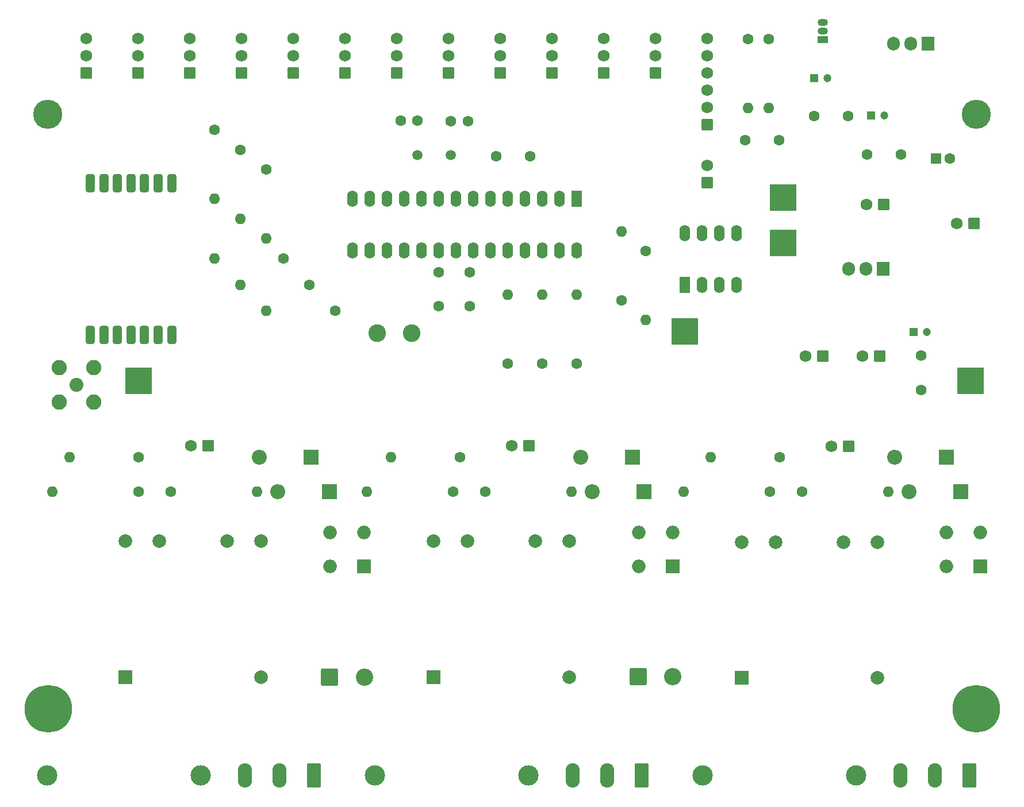
<source format=gbr>
%TF.GenerationSoftware,KiCad,Pcbnew,7.0.7*%
%TF.CreationDate,2023-08-27T17:12:28+02:00*%
%TF.ProjectId,3phaseDiverter-rounded,33706861-7365-4446-9976-65727465722d,3*%
%TF.SameCoordinates,Original*%
%TF.FileFunction,Soldermask,Top*%
%TF.FilePolarity,Negative*%
%FSLAX46Y46*%
G04 Gerber Fmt 4.6, Leading zero omitted, Abs format (unit mm)*
G04 Created by KiCad (PCBNEW 7.0.7) date 2023-08-27 17:12:28*
%MOMM*%
%LPD*%
G01*
G04 APERTURE LIST*
G04 Aperture macros list*
%AMRoundRect*
0 Rectangle with rounded corners*
0 $1 Rounding radius*
0 $2 $3 $4 $5 $6 $7 $8 $9 X,Y pos of 4 corners*
0 Add a 4 corners polygon primitive as box body*
4,1,4,$2,$3,$4,$5,$6,$7,$8,$9,$2,$3,0*
0 Add four circle primitives for the rounded corners*
1,1,$1+$1,$2,$3*
1,1,$1+$1,$4,$5*
1,1,$1+$1,$6,$7*
1,1,$1+$1,$8,$9*
0 Add four rect primitives between the rounded corners*
20,1,$1+$1,$2,$3,$4,$5,0*
20,1,$1+$1,$4,$5,$6,$7,0*
20,1,$1+$1,$6,$7,$8,$9,0*
20,1,$1+$1,$8,$9,$2,$3,0*%
G04 Aperture macros list end*
%ADD10C,3.000000*%
%ADD11RoundRect,0.250000X0.620000X-0.620000X0.620000X0.620000X-0.620000X0.620000X-0.620000X-0.620000X0*%
%ADD12C,1.740000*%
%ADD13C,1.600000*%
%ADD14R,4.000000X4.000000*%
%ADD15R,1.200000X1.200000*%
%ADD16C,1.200000*%
%ADD17O,1.600000X1.600000*%
%ADD18RoundRect,0.337500X-0.337500X1.012500X-0.337500X-1.012500X0.337500X-1.012500X0.337500X1.012500X0*%
%ADD19R,1.600000X2.400000*%
%ADD20O,1.600000X2.400000*%
%ADD21R,2.200000X2.200000*%
%ADD22O,2.200000X2.200000*%
%ADD23C,4.300000*%
%ADD24C,4.700000*%
%ADD25C,7.000000*%
%ADD26R,2.000000X2.000000*%
%ADD27O,2.000000X2.000000*%
%ADD28RoundRect,0.250000X0.620000X0.620000X-0.620000X0.620000X-0.620000X-0.620000X0.620000X-0.620000X0*%
%ADD29R,1.500000X1.050000*%
%ADD30O,1.500000X1.050000*%
%ADD31C,1.500000*%
%ADD32R,2.011600X2.011600*%
%ADD33C,2.011598*%
%ADD34R,1.905000X2.000000*%
%ADD35O,1.905000X2.000000*%
%ADD36RoundRect,0.249999X0.790001X1.550001X-0.790001X1.550001X-0.790001X-1.550001X0.790001X-1.550001X0*%
%ADD37O,2.080000X3.600000*%
%ADD38RoundRect,0.249999X-1.025001X-1.025001X1.025001X-1.025001X1.025001X1.025001X-1.025001X1.025001X0*%
%ADD39C,2.550000*%
%ADD40R,1.600000X1.600000*%
%ADD41C,2.600000*%
%ADD42C,2.050000*%
%ADD43C,2.250000*%
G04 APERTURE END LIST*
D10*
%TO.C,FS3*%
X115700000Y-130087500D03*
X138300000Y-130087500D03*
%TD*%
D11*
%TO.C,J0*%
X116318596Y-34163000D03*
D12*
X116318596Y-31623000D03*
X116318596Y-29083000D03*
X116318596Y-26543000D03*
X116318596Y-24003000D03*
X116318596Y-21463000D03*
%TD*%
D13*
%TO.C,C13*%
X76835000Y-55920000D03*
X76835000Y-60920000D03*
%TD*%
D14*
%TO.C,TP3*%
X127508000Y-51612800D03*
%TD*%
D15*
%TO.C,C2*%
X140443900Y-32809400D03*
D16*
X142443900Y-32809400D03*
%TD*%
D13*
%TO.C,R20*%
X92075000Y-69342000D03*
D17*
X92075000Y-59182000D03*
%TD*%
D11*
%TO.C,J4*%
X93464947Y-26543000D03*
D12*
X93464947Y-24003000D03*
X93464947Y-21463000D03*
%TD*%
D18*
%TO.C,RF1*%
X25496520Y-65151000D03*
X29497020Y-42799000D03*
X31496000Y-42799000D03*
X33494980Y-42799000D03*
X29497020Y-65151000D03*
X25496520Y-42799000D03*
X35493960Y-42799000D03*
X31496000Y-65151000D03*
X27498040Y-42799000D03*
X35493960Y-65151000D03*
X33494980Y-65151000D03*
X37495480Y-42799000D03*
X37495480Y-65151000D03*
X27498040Y-65151000D03*
%TD*%
D19*
%TO.C,IC1*%
X97154995Y-45085000D03*
D20*
X94614995Y-45085000D03*
X92074995Y-45085000D03*
X89534995Y-45085000D03*
X86994995Y-45085000D03*
X84454995Y-45085000D03*
X81914995Y-45085000D03*
X79374995Y-45085000D03*
X76834995Y-45085000D03*
X74294995Y-45085000D03*
X71754995Y-45085000D03*
X69214995Y-45085000D03*
X66674995Y-45085000D03*
X64134995Y-45085000D03*
X64134995Y-52705000D03*
X66674995Y-52705000D03*
X69214995Y-52705000D03*
X71754995Y-52705000D03*
X74294995Y-52705000D03*
X76834995Y-52705000D03*
X79374995Y-52705000D03*
X81914995Y-52705000D03*
X84454995Y-52705000D03*
X86994995Y-52705000D03*
X89534995Y-52705000D03*
X92074995Y-52705000D03*
X94614995Y-52705000D03*
X97154995Y-52705000D03*
%TD*%
D10*
%TO.C,FS1*%
X19180000Y-130087500D03*
X41780000Y-130087500D03*
%TD*%
D21*
%TO.C,D6*%
X151561800Y-83185000D03*
D22*
X143941800Y-83185000D03*
%TD*%
D23*
%TO.C,REF\u002A\u002A*%
X155956000Y-32613600D03*
%TD*%
D13*
%TO.C,R1*%
X125450600Y-21539200D03*
D17*
X125450600Y-31699200D03*
%TD*%
D24*
%TO.C,REF\u002A\u002A*%
X19304000Y-120243600D03*
D25*
X19304000Y-120243600D03*
%TD*%
D10*
%TO.C,FS2*%
X67440000Y-130087500D03*
X90040000Y-130087500D03*
%TD*%
D13*
%TO.C,R6*%
X78968600Y-88239600D03*
D17*
X66268600Y-88239600D03*
%TD*%
D11*
%TO.C,J6*%
X78229181Y-26543000D03*
D12*
X78229181Y-24003000D03*
X78229181Y-21463000D03*
%TD*%
D14*
%TO.C,TP0*%
X155168600Y-71907400D03*
%TD*%
D13*
%TO.C,C12*%
X147853400Y-68213600D03*
X147853400Y-73213600D03*
%TD*%
D26*
%TO.C,BR1*%
X65836800Y-99208600D03*
D27*
X65836800Y-94208600D03*
X60836800Y-94208600D03*
X60836800Y-99208600D03*
%TD*%
D28*
%TO.C,J15*%
X141782800Y-68263200D03*
D12*
X139242800Y-68263200D03*
%TD*%
D13*
%TO.C,R19*%
X86995000Y-69342000D03*
D17*
X86995000Y-59182000D03*
%TD*%
D29*
%TO.C,VR2*%
X133379800Y-21640800D03*
D30*
X133379800Y-20370800D03*
X133379800Y-19100800D03*
%TD*%
D13*
%TO.C,R7*%
X125552200Y-88239600D03*
D17*
X112852200Y-88239600D03*
%TD*%
D31*
%TO.C,X1*%
X78599200Y-38582600D03*
X73719200Y-38582600D03*
%TD*%
D13*
%TO.C,R10*%
X130302000Y-88265000D03*
D17*
X143002000Y-88265000D03*
%TD*%
D24*
%TO.C,REF\u002A\u002A*%
X155956000Y-120243600D03*
D25*
X155956000Y-120243600D03*
%TD*%
D23*
%TO.C,REF\u002A\u002A*%
X19253200Y-32613600D03*
%TD*%
D28*
%TO.C,CT2*%
X90144600Y-81491600D03*
D12*
X87604600Y-81491600D03*
%TD*%
D13*
%TO.C,R4*%
X127000000Y-83185000D03*
D17*
X116840000Y-83185000D03*
%TD*%
D32*
%TO.C,TXFR3*%
X121437400Y-115681801D03*
D33*
X141437401Y-115681801D03*
X141437401Y-95681800D03*
X136437401Y-95681800D03*
X126437400Y-95681800D03*
X121437400Y-95681800D03*
%TD*%
D11*
%TO.C,J11*%
X40139766Y-26543000D03*
D12*
X40139766Y-24003000D03*
X40139766Y-21463000D03*
%TD*%
D13*
%TO.C,R5*%
X32613600Y-88239600D03*
D17*
X19913600Y-88239600D03*
%TD*%
D34*
%TO.C,VR1*%
X148835700Y-22225000D03*
D35*
X146295700Y-22225000D03*
X143755700Y-22225000D03*
%TD*%
D13*
%TO.C,C6*%
X90282400Y-38811200D03*
X85282400Y-38811200D03*
%TD*%
D32*
%TO.C,TXFR2*%
X76073000Y-115562400D03*
D33*
X96073001Y-115562400D03*
X96073001Y-95562399D03*
X91073001Y-95562399D03*
X81073000Y-95562399D03*
X76073000Y-95562399D03*
%TD*%
D11*
%TO.C,J7*%
X70611298Y-26543000D03*
D12*
X70611298Y-24003000D03*
X70611298Y-21463000D03*
%TD*%
D21*
%TO.C,D2*%
X58013600Y-83159600D03*
D22*
X50393600Y-83159600D03*
%TD*%
D11*
%TO.C,J10*%
X47757649Y-26543000D03*
D12*
X47757649Y-24003000D03*
X47757649Y-21463000D03*
%TD*%
D14*
%TO.C,TP4*%
X32639000Y-71907400D03*
%TD*%
D36*
%TO.C,PWR1*%
X58420000Y-130087500D03*
D37*
X53340000Y-130087500D03*
X48260000Y-130087500D03*
%TD*%
D11*
%TO.C,J13*%
X24904000Y-26543000D03*
D12*
X24904000Y-24003000D03*
X24904000Y-21463000D03*
%TD*%
D13*
%TO.C,R17*%
X47625000Y-37846000D03*
D17*
X47625000Y-48006000D03*
%TD*%
D21*
%TO.C,D4*%
X105384600Y-83159600D03*
D22*
X97764600Y-83159600D03*
%TD*%
D13*
%TO.C,C7*%
X81407000Y-60920000D03*
X81407000Y-55920000D03*
%TD*%
%TO.C,R8*%
X37338000Y-88239600D03*
D17*
X50038000Y-88239600D03*
%TD*%
D11*
%TO.C,J9*%
X55375532Y-26543000D03*
D12*
X55375532Y-24003000D03*
X55375532Y-21463000D03*
%TD*%
D28*
%TO.C,J14*%
X133400800Y-68251200D03*
D12*
X130860800Y-68251200D03*
%TD*%
D15*
%TO.C,C11*%
X146728401Y-64668400D03*
D16*
X148728401Y-64668400D03*
%TD*%
D11*
%TO.C,J1*%
X116332000Y-42672000D03*
D12*
X116332000Y-40132000D03*
%TD*%
D13*
%TO.C,R18*%
X43815000Y-34925000D03*
D17*
X43815000Y-45085000D03*
%TD*%
D13*
%TO.C,R16*%
X51409600Y-40741600D03*
D17*
X51409600Y-50901600D03*
%TD*%
D34*
%TO.C,VR3*%
X142265400Y-55372000D03*
D35*
X139725400Y-55372000D03*
X137185400Y-55372000D03*
%TD*%
D36*
%TO.C,PWR2*%
X106680000Y-130087500D03*
D37*
X101600000Y-130087500D03*
X96520000Y-130087500D03*
%TD*%
D13*
%TO.C,C10*%
X71219200Y-33528000D03*
X73719200Y-33528000D03*
%TD*%
D14*
%TO.C,TP1*%
X113030000Y-64643000D03*
%TD*%
D36*
%TO.C,PWR3*%
X154940000Y-130087500D03*
D37*
X149860000Y-130087500D03*
X144780000Y-130087500D03*
%TD*%
D14*
%TO.C,TP2*%
X127508000Y-44907200D03*
%TD*%
D13*
%TO.C,R9*%
X83667600Y-88239600D03*
D17*
X96367600Y-88239600D03*
%TD*%
D11*
%TO.C,J2*%
X108700713Y-26543000D03*
D12*
X108700713Y-24003000D03*
X108700713Y-21463000D03*
%TD*%
D13*
%TO.C,R22*%
X122402600Y-21539200D03*
D17*
X122402600Y-31699200D03*
%TD*%
D21*
%TO.C,D5*%
X153670000Y-88265000D03*
D22*
X146050000Y-88265000D03*
%TD*%
D38*
%TO.C,JP2*%
X106195500Y-115519200D03*
D39*
X111300900Y-115519200D03*
%TD*%
D28*
%TO.C,J30*%
X142374200Y-45915800D03*
D12*
X139834200Y-45915800D03*
%TD*%
D21*
%TO.C,D1*%
X60706000Y-88239600D03*
D22*
X53086000Y-88239600D03*
%TD*%
D19*
%TO.C,IC2*%
X113030000Y-57775000D03*
D20*
X115570000Y-57775000D03*
X118110000Y-57775000D03*
X120650000Y-57775000D03*
X120650000Y-50155000D03*
X118110000Y-50155000D03*
X115570000Y-50155000D03*
X113030000Y-50155000D03*
%TD*%
D13*
%TO.C,C4*%
X139859600Y-38575200D03*
X144859600Y-38575200D03*
%TD*%
D28*
%TO.C,J20*%
X155625800Y-48666400D03*
D12*
X153085800Y-48666400D03*
%TD*%
D11*
%TO.C,J3*%
X101082830Y-26543000D03*
D12*
X101082830Y-24003000D03*
X101082830Y-21463000D03*
%TD*%
D28*
%TO.C,CT3*%
X137160000Y-81517000D03*
D12*
X134620000Y-81517000D03*
%TD*%
D13*
%TO.C,R14*%
X57785000Y-57734200D03*
D17*
X47625000Y-57734200D03*
%TD*%
D13*
%TO.C,R2*%
X32613600Y-83159600D03*
D17*
X22453600Y-83159600D03*
%TD*%
D40*
%TO.C,C1*%
X150073288Y-39141400D03*
D13*
X152073288Y-39141400D03*
%TD*%
D32*
%TO.C,TXFR1*%
X30690925Y-115562400D03*
D33*
X50690926Y-115562400D03*
X50690926Y-95562399D03*
X45690926Y-95562399D03*
X35690925Y-95562399D03*
X30690925Y-95562399D03*
%TD*%
D13*
%TO.C,R11*%
X103708200Y-60071000D03*
D17*
X103708200Y-49911000D03*
%TD*%
D11*
%TO.C,J5*%
X85847064Y-26543000D03*
D12*
X85847064Y-24003000D03*
X85847064Y-21463000D03*
%TD*%
D11*
%TO.C,J12*%
X32521883Y-26543000D03*
D12*
X32521883Y-24003000D03*
X32521883Y-21463000D03*
%TD*%
D13*
%TO.C,C5*%
X132080000Y-32867600D03*
X137080000Y-32867600D03*
%TD*%
D15*
%TO.C,C3*%
X132080000Y-27254200D03*
D16*
X134080000Y-27254200D03*
%TD*%
D26*
%TO.C,BR3*%
X156540200Y-99208600D03*
D27*
X156540200Y-94208600D03*
X151540200Y-94208600D03*
X151540200Y-99208600D03*
%TD*%
D41*
%TO.C,L1*%
X72794253Y-64897000D03*
X67794253Y-64897000D03*
%TD*%
D38*
%TO.C,JP1*%
X60754900Y-115562400D03*
D39*
X65860300Y-115562400D03*
%TD*%
D13*
%TO.C,R12*%
X107264200Y-52730400D03*
D17*
X107264200Y-62890400D03*
%TD*%
D11*
%TO.C,J8*%
X62993415Y-26543000D03*
D12*
X62993415Y-24003000D03*
X62993415Y-21463000D03*
%TD*%
D13*
%TO.C,R13*%
X61569600Y-61569600D03*
D17*
X51409600Y-61569600D03*
%TD*%
D13*
%TO.C,C9*%
X81099200Y-33604200D03*
X78599200Y-33604200D03*
%TD*%
D28*
%TO.C,CT1*%
X42849800Y-81491600D03*
D12*
X40309800Y-81491600D03*
%TD*%
D13*
%TO.C,C8*%
X126934600Y-36423600D03*
X121934600Y-36423600D03*
%TD*%
D26*
%TO.C,BR2*%
X111248200Y-99208600D03*
D27*
X111248200Y-94208600D03*
X106248200Y-94208600D03*
X106248200Y-99208600D03*
%TD*%
D42*
%TO.C,CN9*%
X23464520Y-72517000D03*
D43*
X20924520Y-69977000D03*
X20924520Y-75057000D03*
X26004520Y-69977000D03*
X26004520Y-75057000D03*
%TD*%
D13*
%TO.C,R3*%
X79984600Y-83159600D03*
D17*
X69824600Y-83159600D03*
%TD*%
D13*
%TO.C,R15*%
X53949600Y-53898800D03*
D17*
X43789600Y-53898800D03*
%TD*%
D21*
%TO.C,D3*%
X107035600Y-88239600D03*
D22*
X99415600Y-88239600D03*
%TD*%
D13*
%TO.C,R21*%
X97155000Y-69342000D03*
D17*
X97155000Y-59182000D03*
%TD*%
M02*

</source>
